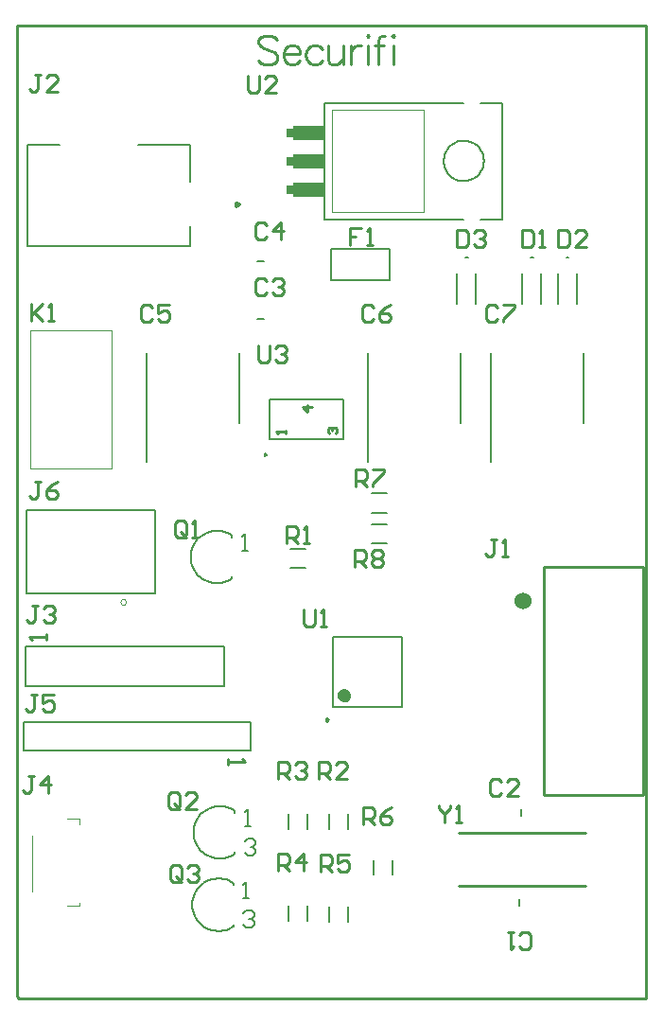
<source format=gto>
G04*
G04 #@! TF.GenerationSoftware,Altium Limited,Altium Designer,20.0.13 (296)*
G04*
G04 Layer_Color=65535*
%FSLAX25Y25*%
%MOIN*%
G70*
G01*
G75*
%ADD10C,0.00787*%
%ADD11C,0.00984*%
%ADD12C,0.02362*%
%ADD13C,0.00000*%
%ADD14C,0.01181*%
%ADD15C,0.00500*%
%ADD16C,0.06000*%
%ADD17C,0.00200*%
%ADD18C,0.00800*%
%ADD19C,0.00394*%
%ADD20C,0.01000*%
%ADD21C,0.00591*%
G36*
X108378Y-40236D02*
X97350D01*
Y-39236D01*
X94870D01*
Y-36231D01*
X97350D01*
Y-35214D01*
X108378D01*
Y-40236D01*
D02*
G37*
G36*
Y-50236D02*
X97356D01*
Y-49236D01*
X94869D01*
Y-46235D01*
X97356D01*
Y-45233D01*
X108378D01*
Y-50236D01*
D02*
G37*
G36*
Y-60236D02*
X97360D01*
Y-59236D01*
X94872D01*
Y-56239D01*
X97360D01*
Y-55245D01*
X108378D01*
Y-60236D01*
D02*
G37*
D10*
X76693Y-276677D02*
X75838Y-276143D01*
X74929Y-275705D01*
X73979Y-275369D01*
X72997Y-275138D01*
X71996Y-275016D01*
X70987Y-275004D01*
X69984Y-275101D01*
X68997Y-275308D01*
X68038Y-275620D01*
X67119Y-276035D01*
X66251Y-276548D01*
X65444Y-277153D01*
X64707Y-277842D01*
X64050Y-278607D01*
X63480Y-279439D01*
X63005Y-280328D01*
X62629Y-281263D01*
X62357Y-282234D01*
X62192Y-283229D01*
X62137Y-284236D01*
X62192Y-285243D01*
X62357Y-286238D01*
X62629Y-287209D01*
X63005Y-288145D01*
X63480Y-289034D01*
X64050Y-289866D01*
X64707Y-290631D01*
X65444Y-291320D01*
X66251Y-291924D01*
X67119Y-292437D01*
X68038Y-292852D01*
X68997Y-293165D01*
X69984Y-293371D01*
X70987Y-293469D01*
X71996Y-293456D01*
X72997Y-293334D01*
X73979Y-293103D01*
X74929Y-292767D01*
X75838Y-292329D01*
X76693Y-291795D01*
X76193Y-302177D02*
X75338Y-301643D01*
X74429Y-301205D01*
X73479Y-300869D01*
X72497Y-300639D01*
X71496Y-300516D01*
X70487Y-300504D01*
X69484Y-300601D01*
X68497Y-300808D01*
X67538Y-301120D01*
X66619Y-301536D01*
X65751Y-302048D01*
X64944Y-302653D01*
X64207Y-303342D01*
X63550Y-304107D01*
X62980Y-304939D01*
X62505Y-305828D01*
X62129Y-306763D01*
X61857Y-307734D01*
X61692Y-308729D01*
X61637Y-309736D01*
X61692Y-310743D01*
X61857Y-311738D01*
X62129Y-312709D01*
X62505Y-313645D01*
X62980Y-314534D01*
X63550Y-315366D01*
X64207Y-316131D01*
X64944Y-316820D01*
X65751Y-317424D01*
X66619Y-317937D01*
X67538Y-318352D01*
X68497Y-318665D01*
X69484Y-318871D01*
X70487Y-318969D01*
X71496Y-318956D01*
X72497Y-318834D01*
X73479Y-318603D01*
X74429Y-318267D01*
X75338Y-317829D01*
X76193Y-317295D01*
X75693Y-179677D02*
X74838Y-179143D01*
X73929Y-178705D01*
X72979Y-178369D01*
X71997Y-178138D01*
X70996Y-178016D01*
X69987Y-178004D01*
X68984Y-178101D01*
X67997Y-178308D01*
X67038Y-178620D01*
X66119Y-179035D01*
X65251Y-179548D01*
X64444Y-180153D01*
X63707Y-180842D01*
X63050Y-181607D01*
X62480Y-182439D01*
X62005Y-183328D01*
X61629Y-184263D01*
X61357Y-185234D01*
X61192Y-186229D01*
X61137Y-187236D01*
X61192Y-188243D01*
X61357Y-189238D01*
X61629Y-190209D01*
X62005Y-191145D01*
X62480Y-192034D01*
X63050Y-192866D01*
X63707Y-193631D01*
X64444Y-194320D01*
X65251Y-194924D01*
X66119Y-195437D01*
X67038Y-195852D01*
X67997Y-196165D01*
X68984Y-196371D01*
X69987Y-196469D01*
X70996Y-196456D01*
X71997Y-196334D01*
X72979Y-196103D01*
X73929Y-195767D01*
X74838Y-195329D01*
X75693Y-194795D01*
X158772Y-81713D02*
X157984D01*
X158772D01*
X181772D02*
X180984D01*
X181772D01*
X194272D02*
X193484D01*
X194272D01*
X76693Y-277346D02*
Y-276677D01*
Y-291795D02*
Y-291126D01*
X76193Y-302846D02*
Y-302177D01*
Y-317295D02*
Y-316626D01*
X75693Y-180346D02*
Y-179677D01*
Y-194795D02*
Y-194126D01*
X111173Y-239941D02*
Y-215531D01*
Y-239941D02*
X135583D01*
X111173Y-215531D02*
X135583D01*
Y-239941D02*
Y-215531D01*
X177027Y-309917D02*
Y-307555D01*
X110445Y-89748D02*
X131311D01*
X110445Y-78724D02*
X131311D01*
X110445Y-89748D02*
Y-78724D01*
X131311Y-89748D02*
Y-78724D01*
X84697Y-82886D02*
X87059D01*
X2878Y-218736D02*
X72878D01*
Y-232736D02*
Y-218736D01*
X2878Y-232736D02*
X72878D01*
X2878D02*
Y-218736D01*
X3709Y-42173D02*
X14878D01*
X42713D02*
X60835D01*
Y-55181D02*
Y-42173D01*
Y-77606D02*
Y-70760D01*
X3709Y-77606D02*
X60835D01*
X3709D02*
Y-42173D01*
X84697Y-103386D02*
X87059D01*
X45539Y-153587D02*
Y-115398D01*
X78216Y-139905D02*
Y-115398D01*
X167039Y-153587D02*
Y-115398D01*
X199717Y-139905D02*
Y-115398D01*
X123539Y-153587D02*
Y-115398D01*
X156217Y-139905D02*
Y-115398D01*
X177527Y-278417D02*
Y-276055D01*
X2378Y-255236D02*
X82378D01*
X2378D02*
Y-245236D01*
X82378D01*
Y-255236D02*
Y-245236D01*
D11*
X109598Y-244468D02*
X108860Y-244042D01*
Y-244895D01*
X109598Y-244468D01*
D12*
X116291Y-236004D02*
X115847Y-235081D01*
X114847Y-234852D01*
X114046Y-235491D01*
Y-236516D01*
X114847Y-237155D01*
X115847Y-236927D01*
X116291Y-236004D01*
D13*
X38409Y-203031D02*
X37909Y-202166D01*
X36909D01*
X36409Y-203031D01*
X36909Y-203898D01*
X37909D01*
X38409Y-203031D01*
D14*
X78099Y-63146D02*
X77271Y-62668D01*
Y-63623D01*
X78099Y-63146D01*
D15*
X164478Y-47736D02*
X164409Y-46748D01*
X164203Y-45779D01*
X163864Y-44848D01*
X163399Y-43974D01*
X162817Y-43172D01*
X162129Y-42460D01*
X161348Y-41850D01*
X160490Y-41355D01*
X159572Y-40984D01*
X158611Y-40744D01*
X157626Y-40641D01*
X156636Y-40675D01*
X155660Y-40847D01*
X154718Y-41153D01*
X153828Y-41587D01*
X153007Y-42141D01*
X152271Y-42804D01*
X151634Y-43563D01*
X151109Y-44403D01*
X150706Y-45308D01*
X150433Y-46260D01*
X150295Y-47241D01*
Y-48232D01*
X150433Y-49212D01*
X150706Y-50165D01*
X151109Y-51069D01*
X151634Y-51910D01*
X152271Y-52668D01*
X153007Y-53331D01*
X153828Y-53885D01*
X154718Y-54319D01*
X155660Y-54625D01*
X156636Y-54797D01*
X157626Y-54832D01*
X158611Y-54728D01*
X159572Y-54489D01*
X160490Y-54118D01*
X161348Y-53622D01*
X162129Y-53013D01*
X162817Y-52300D01*
X163399Y-51499D01*
X163864Y-50624D01*
X164203Y-49693D01*
X164409Y-48724D01*
X164478Y-47736D01*
X87878Y-151237D02*
X87128Y-150804D01*
Y-151670D01*
X87878Y-151237D01*
X124921Y-164862D02*
X130197D01*
X124921Y-171555D02*
X130197D01*
X124921Y-182480D02*
X130197D01*
X124921Y-175787D02*
X130197D01*
X110031Y-315547D02*
Y-310272D01*
X116724Y-315547D02*
Y-310272D01*
X96240Y-191083D02*
X101516D01*
X96240Y-184390D02*
X101516D01*
X3158Y-199882D02*
Y-170748D01*
X48433D01*
Y-199882D02*
Y-170748D01*
X3158Y-199882D02*
X48433D01*
X163378Y-27236D02*
X170878D01*
X108378D02*
X157378D01*
X163378Y-68236D02*
X170878D01*
X108378D02*
X157378D01*
X170878D02*
Y-27236D01*
X108378Y-68236D02*
Y-27236D01*
X155032Y-98051D02*
Y-87421D01*
X161724Y-98051D02*
Y-87421D01*
X178032Y-98051D02*
Y-87421D01*
X184724Y-98051D02*
Y-87421D01*
X190532Y-98051D02*
Y-87421D01*
X197224Y-98051D02*
Y-87421D01*
X102224Y-315394D02*
Y-310118D01*
X95532Y-315394D02*
Y-310118D01*
X116724Y-282894D02*
Y-277618D01*
X110031Y-282894D02*
Y-277618D01*
X102224Y-283047D02*
Y-277772D01*
X95532Y-283047D02*
Y-277772D01*
X132224Y-299201D02*
Y-293925D01*
X125531Y-299201D02*
Y-293925D01*
D16*
X178378Y-202736D02*
D03*
D17*
X110878Y-29736D02*
X143378D01*
Y-65736D02*
Y-29736D01*
X110878Y-65736D02*
X143378D01*
X110878D02*
Y-29736D01*
D18*
X88978Y-131737D02*
X114778D01*
X88978Y-145737D02*
Y-131737D01*
Y-145737D02*
X114778D01*
Y-131737D01*
D19*
X33209Y-155949D02*
Y-107524D01*
X4547Y-155949D02*
X33209D01*
X4547D02*
Y-107524D01*
X33209D01*
X21988Y-281350D02*
Y-279382D01*
X17512D02*
X21988D01*
Y-310091D02*
Y-308909D01*
X17512Y-310091D02*
X21988D01*
X5256Y-304972D02*
Y-285287D01*
D20*
X155437Y-303185D02*
X200319D01*
X155437Y-284287D02*
X200319D01*
X185622Y-210736D02*
Y-190657D01*
Y-250736D02*
Y-210736D01*
Y-270972D02*
Y-250894D01*
Y-190657D02*
X220465D01*
X185622Y-270972D02*
X220465D01*
Y-190657D01*
X91656Y-5148D02*
X90704Y-4196D01*
X89275Y-3720D01*
X87371D01*
X85943Y-4196D01*
X84991Y-5148D01*
Y-6101D01*
X85467Y-7053D01*
X85943Y-7529D01*
X86895Y-8005D01*
X89751Y-8957D01*
X90704Y-9433D01*
X91180Y-9909D01*
X91656Y-10862D01*
Y-12290D01*
X90704Y-13242D01*
X89275Y-13718D01*
X87371D01*
X85943Y-13242D01*
X84991Y-12290D01*
X93893Y-9909D02*
X99607D01*
Y-8957D01*
X99130Y-8005D01*
X98654Y-7529D01*
X97702Y-7053D01*
X96274D01*
X95322Y-7529D01*
X94370Y-8481D01*
X93893Y-9909D01*
Y-10862D01*
X94370Y-12290D01*
X95322Y-13242D01*
X96274Y-13718D01*
X97702D01*
X98654Y-13242D01*
X99607Y-12290D01*
X107462Y-8481D02*
X106510Y-7529D01*
X105558Y-7053D01*
X104129D01*
X103177Y-7529D01*
X102225Y-8481D01*
X101749Y-9909D01*
Y-10862D01*
X102225Y-12290D01*
X103177Y-13242D01*
X104129Y-13718D01*
X105558D01*
X106510Y-13242D01*
X107462Y-12290D01*
X109604Y-7053D02*
Y-11814D01*
X110080Y-13242D01*
X111033Y-13718D01*
X112461D01*
X113413Y-13242D01*
X114841Y-11814D01*
Y-7053D02*
Y-13718D01*
X117460Y-7053D02*
Y-13718D01*
Y-9909D02*
X117936Y-8481D01*
X118888Y-7529D01*
X119840Y-7053D01*
X121268D01*
X123125Y-3720D02*
X123601Y-4196D01*
X124077Y-3720D01*
X123601Y-3244D01*
X123125Y-3720D01*
X123601Y-7053D02*
Y-13718D01*
X129648Y-3720D02*
X128695D01*
X127743Y-4196D01*
X127267Y-5625D01*
Y-13718D01*
X125839Y-7053D02*
X129172D01*
X132028Y-3720D02*
X132504Y-4196D01*
X132980Y-3720D01*
X132504Y-3244D01*
X132028Y-3720D01*
X132504Y-7053D02*
Y-13718D01*
X110021Y-143718D02*
X109487Y-143184D01*
Y-142116D01*
X110021Y-141583D01*
X110555D01*
X111089Y-142116D01*
Y-142650D01*
Y-142116D01*
X111623Y-141583D01*
X112157D01*
X112691Y-142116D01*
Y-143184D01*
X112157Y-143718D01*
X10378Y-216236D02*
Y-214237D01*
Y-215236D01*
X4380D01*
X5380Y-216236D01*
X94490Y-143618D02*
Y-142551D01*
Y-143085D01*
X91290D01*
X91823Y-143618D01*
X103891Y-134318D02*
X100690D01*
X102290Y-135918D01*
Y-133784D01*
X74378Y-258236D02*
Y-260236D01*
Y-259236D01*
X80376D01*
X79376Y-258236D01*
X118919Y-190794D02*
Y-184796D01*
X121918D01*
X122918Y-185796D01*
Y-187795D01*
X121918Y-188795D01*
X118919D01*
X120918D02*
X122918Y-190794D01*
X124917Y-185796D02*
X125917Y-184796D01*
X127916D01*
X128916Y-185796D01*
Y-186796D01*
X127916Y-187795D01*
X128916Y-188795D01*
Y-189795D01*
X127916Y-190794D01*
X125917D01*
X124917Y-189795D01*
Y-188795D01*
X125917Y-187795D01*
X124917Y-186796D01*
Y-185796D01*
X125917Y-187795D02*
X127916D01*
X119214Y-162448D02*
Y-156450D01*
X122213D01*
X123213Y-157449D01*
Y-159449D01*
X122213Y-160449D01*
X119214D01*
X121214D02*
X123213Y-162448D01*
X125212Y-156450D02*
X129211D01*
Y-157449D01*
X125212Y-161448D01*
Y-162448D01*
X148678Y-274638D02*
Y-275638D01*
X150677Y-277637D01*
X152677Y-275638D01*
Y-274638D01*
X150677Y-277637D02*
Y-280636D01*
X154676D02*
X156675D01*
X155676D01*
Y-274638D01*
X154676Y-275638D01*
X85078Y-112738D02*
Y-117736D01*
X86078Y-118736D01*
X88077D01*
X89077Y-117736D01*
Y-112738D01*
X91076Y-113738D02*
X92076Y-112738D01*
X94075D01*
X95075Y-113738D01*
Y-114737D01*
X94075Y-115737D01*
X93075D01*
X94075D01*
X95075Y-116737D01*
Y-117736D01*
X94075Y-118736D01*
X92076D01*
X91076Y-117736D01*
X81378Y-17738D02*
Y-22737D01*
X82378Y-23736D01*
X84377D01*
X85377Y-22737D01*
Y-17738D01*
X91375Y-23736D02*
X87376D01*
X91375Y-19737D01*
Y-18738D01*
X90375Y-17738D01*
X88376D01*
X87376Y-18738D01*
X100923Y-205761D02*
Y-210759D01*
X101922Y-211759D01*
X103922D01*
X104921Y-210759D01*
Y-205761D01*
X106921Y-211759D02*
X108920D01*
X107920D01*
Y-205761D01*
X106921Y-206761D01*
X121878Y-281536D02*
Y-275538D01*
X124877D01*
X125877Y-276538D01*
Y-278537D01*
X124877Y-279537D01*
X121878D01*
X123877D02*
X125877Y-281536D01*
X131875Y-275538D02*
X129875Y-276538D01*
X127876Y-278537D01*
Y-280537D01*
X128876Y-281536D01*
X130875D01*
X131875Y-280537D01*
Y-279537D01*
X130875Y-278537D01*
X127876D01*
X106880Y-298082D02*
Y-292084D01*
X109879D01*
X110878Y-293083D01*
Y-295083D01*
X109879Y-296082D01*
X106880D01*
X108879D02*
X110878Y-298082D01*
X116876Y-292084D02*
X112878D01*
Y-295083D01*
X114877Y-294083D01*
X115877D01*
X116876Y-295083D01*
Y-297082D01*
X115877Y-298082D01*
X113877D01*
X112878Y-297082D01*
X91878Y-297783D02*
Y-291785D01*
X94877D01*
X95877Y-292784D01*
Y-294784D01*
X94877Y-295783D01*
X91878D01*
X93877D02*
X95877Y-297783D01*
X100875D02*
Y-291785D01*
X97876Y-294784D01*
X101875D01*
X91878Y-265383D02*
Y-259385D01*
X94877D01*
X95877Y-260384D01*
Y-262384D01*
X94877Y-263383D01*
X91878D01*
X93877D02*
X95877Y-265383D01*
X97876Y-260384D02*
X98876Y-259385D01*
X100875D01*
X101875Y-260384D01*
Y-261384D01*
X100875Y-262384D01*
X99875D01*
X100875D01*
X101875Y-263383D01*
Y-264383D01*
X100875Y-265383D01*
X98876D01*
X97876Y-264383D01*
X106378Y-265229D02*
Y-259231D01*
X109377D01*
X110377Y-260231D01*
Y-262230D01*
X109377Y-263230D01*
X106378D01*
X108377D02*
X110377Y-265229D01*
X116375D02*
X112376D01*
X116375Y-261230D01*
Y-260231D01*
X115375Y-259231D01*
X113376D01*
X112376Y-260231D01*
X95017Y-182231D02*
Y-176233D01*
X98016D01*
X99016Y-177233D01*
Y-179232D01*
X98016Y-180232D01*
X95017D01*
X97016D02*
X99016Y-182231D01*
X101015D02*
X103015D01*
X102015D01*
Y-176233D01*
X101015Y-177233D01*
X57891Y-300817D02*
Y-296819D01*
X56891Y-295819D01*
X54892D01*
X53892Y-296819D01*
Y-300817D01*
X54892Y-301817D01*
X56891D01*
X55892Y-299818D02*
X57891Y-301817D01*
X56891D02*
X57891Y-300817D01*
X59890Y-296819D02*
X60890Y-295819D01*
X62889D01*
X63889Y-296819D01*
Y-297818D01*
X62889Y-298818D01*
X61890D01*
X62889D01*
X63889Y-299818D01*
Y-300817D01*
X62889Y-301817D01*
X60890D01*
X59890Y-300817D01*
X57291Y-275117D02*
Y-271119D01*
X56291Y-270119D01*
X54292D01*
X53292Y-271119D01*
Y-275117D01*
X54292Y-276117D01*
X56291D01*
X55291Y-274118D02*
X57291Y-276117D01*
X56291D02*
X57291Y-275117D01*
X63289Y-276117D02*
X59290D01*
X63289Y-272118D01*
Y-271119D01*
X62289Y-270119D01*
X60290D01*
X59290Y-271119D01*
X59646Y-179263D02*
Y-175264D01*
X58646Y-174265D01*
X56647D01*
X55647Y-175264D01*
Y-179263D01*
X56647Y-180263D01*
X58646D01*
X57646Y-178263D02*
X59646Y-180263D01*
X58646D02*
X59646Y-179263D01*
X61645Y-180263D02*
X63644D01*
X62645D01*
Y-174265D01*
X61645Y-175264D01*
X5078Y-98038D02*
Y-104036D01*
Y-102037D01*
X9077Y-98038D01*
X6078Y-101037D01*
X9077Y-104036D01*
X11076D02*
X13075D01*
X12076D01*
Y-98038D01*
X11076Y-99038D01*
X8378Y-160737D02*
X6379D01*
X7379D01*
Y-165736D01*
X6379Y-166735D01*
X5379D01*
X4380Y-165736D01*
X14376Y-160737D02*
X12377Y-161737D01*
X10378Y-163736D01*
Y-165736D01*
X11377Y-166735D01*
X13377D01*
X14376Y-165736D01*
Y-164736D01*
X13377Y-163736D01*
X10378D01*
X6877Y-235738D02*
X4877D01*
X5877D01*
Y-240737D01*
X4877Y-241736D01*
X3878D01*
X2878Y-240737D01*
X12875Y-235738D02*
X8876D01*
Y-238737D01*
X10875Y-237737D01*
X11875D01*
X12875Y-238737D01*
Y-240737D01*
X11875Y-241736D01*
X9876D01*
X8876Y-240737D01*
X5777Y-264338D02*
X3777D01*
X4777D01*
Y-269337D01*
X3777Y-270336D01*
X2778D01*
X1778Y-269337D01*
X10775Y-270336D02*
Y-264338D01*
X7776Y-267337D01*
X11775D01*
X7377Y-204238D02*
X5377D01*
X6377D01*
Y-209237D01*
X5377Y-210236D01*
X4378D01*
X3378Y-209237D01*
X9376Y-205238D02*
X10376Y-204238D01*
X12375D01*
X13375Y-205238D01*
Y-206238D01*
X12375Y-207237D01*
X11375D01*
X12375D01*
X13375Y-208237D01*
Y-209237D01*
X12375Y-210236D01*
X10376D01*
X9376Y-209237D01*
X8177Y-17438D02*
X6177D01*
X7177D01*
Y-22436D01*
X6177Y-23436D01*
X5178D01*
X4178Y-22436D01*
X14175Y-23436D02*
X10176D01*
X14175Y-19437D01*
Y-18438D01*
X13175Y-17438D01*
X11176D01*
X10176Y-18438D01*
X169077Y-181038D02*
X167077D01*
X168077D01*
Y-186037D01*
X167077Y-187036D01*
X166078D01*
X165078Y-186037D01*
X171076Y-187036D02*
X173075D01*
X172076D01*
Y-181038D01*
X171076Y-182038D01*
X121378Y-71237D02*
X117379D01*
Y-74236D01*
X119379D01*
X117379D01*
Y-77235D01*
X123377D02*
X125377D01*
X124377D01*
Y-71237D01*
X123377Y-72237D01*
X154978Y-71938D02*
Y-77936D01*
X157977D01*
X158977Y-76937D01*
Y-72938D01*
X157977Y-71938D01*
X154978D01*
X160976Y-72938D02*
X161976Y-71938D01*
X163975D01*
X164975Y-72938D01*
Y-73937D01*
X163975Y-74937D01*
X162975D01*
X163975D01*
X164975Y-75937D01*
Y-76937D01*
X163975Y-77936D01*
X161976D01*
X160976Y-76937D01*
X190478Y-71938D02*
Y-77936D01*
X193477D01*
X194477Y-76937D01*
Y-72938D01*
X193477Y-71938D01*
X190478D01*
X200475Y-77936D02*
X196476D01*
X200475Y-73937D01*
Y-72938D01*
X199475Y-71938D01*
X197476D01*
X196476Y-72938D01*
X177978Y-71938D02*
Y-77936D01*
X180977D01*
X181977Y-76937D01*
Y-72938D01*
X180977Y-71938D01*
X177978D01*
X183976Y-77936D02*
X185975D01*
X184976D01*
Y-71938D01*
X183976Y-72938D01*
X169127Y-99388D02*
X168127Y-98388D01*
X166128D01*
X165128Y-99388D01*
Y-103386D01*
X166128Y-104386D01*
X168127D01*
X169127Y-103386D01*
X171126Y-98388D02*
X175125D01*
Y-99388D01*
X171126Y-103386D01*
Y-104386D01*
X125627Y-99388D02*
X124627Y-98388D01*
X122628D01*
X121628Y-99388D01*
Y-103386D01*
X122628Y-104386D01*
X124627D01*
X125627Y-103386D01*
X131625Y-98388D02*
X129625Y-99388D01*
X127626Y-101387D01*
Y-103386D01*
X128626Y-104386D01*
X130625D01*
X131625Y-103386D01*
Y-102387D01*
X130625Y-101387D01*
X127626D01*
X47677Y-99438D02*
X46677Y-98438D01*
X44678D01*
X43678Y-99438D01*
Y-103437D01*
X44678Y-104436D01*
X46677D01*
X47677Y-103437D01*
X53675Y-98438D02*
X49676D01*
Y-101437D01*
X51675Y-100437D01*
X52675D01*
X53675Y-101437D01*
Y-103437D01*
X52675Y-104436D01*
X50676D01*
X49676Y-103437D01*
X87878Y-70237D02*
X86879Y-69237D01*
X84879D01*
X83880Y-70237D01*
Y-74236D01*
X84879Y-75235D01*
X86879D01*
X87878Y-74236D01*
X92877Y-75235D02*
Y-69237D01*
X89878Y-72236D01*
X93876D01*
X87877Y-90038D02*
X86877Y-89038D01*
X84878D01*
X83878Y-90038D01*
Y-94037D01*
X84878Y-95036D01*
X86877D01*
X87877Y-94037D01*
X89876Y-90038D02*
X90876Y-89038D01*
X92875D01*
X93875Y-90038D01*
Y-91037D01*
X92875Y-92037D01*
X91875D01*
X92875D01*
X93875Y-93037D01*
Y-94037D01*
X92875Y-95036D01*
X90876D01*
X89876Y-94037D01*
X170577Y-266238D02*
X169577Y-265238D01*
X167578D01*
X166578Y-266238D01*
Y-270236D01*
X167578Y-271236D01*
X169577D01*
X170577Y-270236D01*
X176575Y-271236D02*
X172576D01*
X176575Y-267237D01*
Y-266238D01*
X175575Y-265238D01*
X173576D01*
X172576Y-266238D01*
X176878Y-324236D02*
X177878Y-325235D01*
X179877D01*
X180877Y-324236D01*
Y-320237D01*
X179877Y-319237D01*
X177878D01*
X176878Y-320237D01*
X174879Y-319237D02*
X172879D01*
X173879D01*
Y-325235D01*
X174879Y-324236D01*
X-0Y-0D02*
X221752D01*
Y-342618D02*
Y-0D01*
X591Y-342618D02*
X221752D01*
X-0Y-342028D02*
X591Y-342618D01*
X-0Y-342028D02*
Y-0D01*
D21*
X80134Y-287328D02*
X81118Y-286344D01*
X83086D01*
X84070Y-287328D01*
Y-288312D01*
X83086Y-289296D01*
X82102D01*
X83086D01*
X84070Y-290280D01*
Y-291264D01*
X83086Y-292248D01*
X81118D01*
X80134Y-291264D01*
Y-282031D02*
X82102D01*
X81118D01*
Y-276128D01*
X80134Y-277112D01*
X79634Y-312828D02*
X80618Y-311844D01*
X82586D01*
X83570Y-312828D01*
Y-313812D01*
X82586Y-314796D01*
X81602D01*
X82586D01*
X83570Y-315780D01*
Y-316764D01*
X82586Y-317748D01*
X80618D01*
X79634Y-316764D01*
Y-307531D02*
X81602D01*
X80618D01*
Y-301628D01*
X79634Y-302612D01*
X79134Y-185031D02*
X81102D01*
X80118D01*
Y-179128D01*
X79134Y-180112D01*
M02*

</source>
